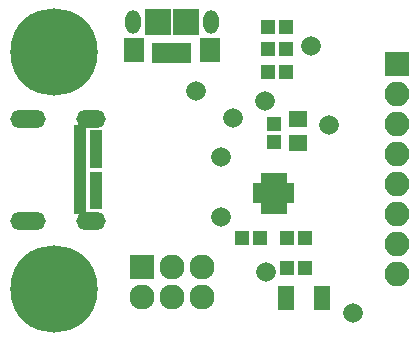
<source format=gts>
G04 #@! TF.GenerationSoftware,KiCad,Pcbnew,(5.1.2)-1*
G04 #@! TF.CreationDate,2019-06-03T23:01:36-07:00*
G04 #@! TF.ProjectId,USB-PD-Breakout,5553422d-5044-42d4-9272-65616b6f7574,rev?*
G04 #@! TF.SameCoordinates,PX60e4b00PY60e4b00*
G04 #@! TF.FileFunction,Soldermask,Top*
G04 #@! TF.FilePolarity,Negative*
%FSLAX46Y46*%
G04 Gerber Fmt 4.6, Leading zero omitted, Abs format (unit mm)*
G04 Created by KiCad (PCBNEW (5.1.2)-1) date 2019-06-03 23:01:36*
%MOMM*%
%LPD*%
G04 APERTURE LIST*
%ADD10O,3.000000X1.500000*%
%ADD11O,2.500000X1.500000*%
%ADD12R,1.100000X1.400000*%
%ADD13R,1.100000X0.700000*%
%ADD14O,1.300000X2.000000*%
%ADD15R,1.800000X2.000000*%
%ADD16R,2.300000X2.300000*%
%ADD17R,0.800000X1.750000*%
%ADD18R,2.127200X2.127200*%
%ADD19O,2.127200X2.127200*%
%ADD20R,1.400000X2.000000*%
%ADD21R,1.200000X1.150000*%
%ADD22R,1.650000X1.400000*%
%ADD23R,1.150000X1.200000*%
%ADD24R,0.980000X0.700000*%
%ADD25R,0.700000X0.980000*%
%ADD26R,1.850000X1.850000*%
%ADD27C,7.400000*%
%ADD28C,1.000000*%
%ADD29O,2.100000X2.100000*%
%ADD30R,2.100000X2.100000*%
%ADD31C,1.670000*%
G04 APERTURE END LIST*
D10*
X1770000Y9680000D03*
X1770000Y18320000D03*
D11*
X7130000Y9680000D03*
X7130000Y18320000D03*
D12*
X6240000Y17100000D03*
D13*
X6240000Y16250000D03*
X6240000Y15750000D03*
X6240000Y15250000D03*
X6240000Y14750000D03*
X6240000Y14250000D03*
X6240000Y13750000D03*
X6240000Y13250000D03*
X6240000Y12750000D03*
X6240000Y12250000D03*
X6240000Y11750000D03*
D12*
X6240000Y10900000D03*
D13*
X7540000Y11000000D03*
X7540000Y11500000D03*
X7540000Y12000000D03*
X7540000Y12500000D03*
X7540000Y13000000D03*
X7540000Y13500000D03*
X7540000Y14500000D03*
X7540000Y15000000D03*
X7540000Y15500000D03*
X7540000Y16000000D03*
X7540000Y16500000D03*
X7540000Y17000000D03*
D14*
X10670000Y26550000D03*
X17270000Y26550000D03*
D15*
X10770000Y24100000D03*
X17170000Y24100000D03*
D16*
X12770000Y26550000D03*
X15170000Y26550000D03*
D17*
X12670000Y23875000D03*
X13320000Y23875000D03*
X13970000Y23875000D03*
X14620000Y23875000D03*
X15270000Y23875000D03*
D18*
X11430000Y5795000D03*
D19*
X11430000Y3255000D03*
X13970000Y5795000D03*
X13970000Y3255000D03*
X16510000Y5795000D03*
X16510000Y3255000D03*
D20*
X23646000Y3128000D03*
X26646000Y3128000D03*
D21*
X23761000Y5668000D03*
X25261000Y5668000D03*
D22*
X24638000Y16272000D03*
X24638000Y18272000D03*
D23*
X22606000Y16348000D03*
X22606000Y17848000D03*
D21*
X23761000Y8208000D03*
X25261000Y8208000D03*
X21451000Y8208000D03*
X19951000Y8208000D03*
X23610000Y26115000D03*
X22110000Y26115000D03*
X23610000Y24210000D03*
X22110000Y24210000D03*
X23610000Y22305000D03*
X22110000Y22305000D03*
D24*
X23821000Y11518000D03*
X23821000Y12018000D03*
X23821000Y12518000D03*
D25*
X22856000Y13233000D03*
X22356000Y13233000D03*
X21856000Y13233000D03*
D24*
X21391000Y12518000D03*
X21391000Y12018000D03*
X21391000Y11518000D03*
D25*
X21856000Y10803000D03*
X22856000Y10803000D03*
X23356000Y10803000D03*
X22356000Y10803000D03*
X23356000Y13233000D03*
D26*
X22606000Y12018000D03*
D27*
X4000000Y3890000D03*
D28*
X6625000Y3890000D03*
X5856155Y2033845D03*
X4000000Y1265000D03*
X2143845Y2033845D03*
X1375000Y3890000D03*
X2143845Y5746155D03*
X4000000Y6515000D03*
X5856155Y5746155D03*
D27*
X4000000Y24000000D03*
D28*
X6625000Y24000000D03*
X5856155Y22143845D03*
X4000000Y21375000D03*
X2143845Y22143845D03*
X1375000Y24000000D03*
X2143845Y25856155D03*
X4000000Y26625000D03*
X5856155Y25856155D03*
D29*
X33020000Y5160000D03*
X33020000Y7700000D03*
X33020000Y10240000D03*
X33020000Y12780000D03*
X33020000Y15320000D03*
X33020000Y17860000D03*
X33020000Y20400000D03*
D30*
X33020000Y22940000D03*
D31*
X27305000Y17780000D03*
X25781000Y24511000D03*
X16002000Y20701000D03*
X29337000Y1905000D03*
X21971000Y5334000D03*
X21844000Y19812000D03*
X19177000Y18415000D03*
X18161000Y15113000D03*
X18161000Y10033000D03*
M02*

</source>
